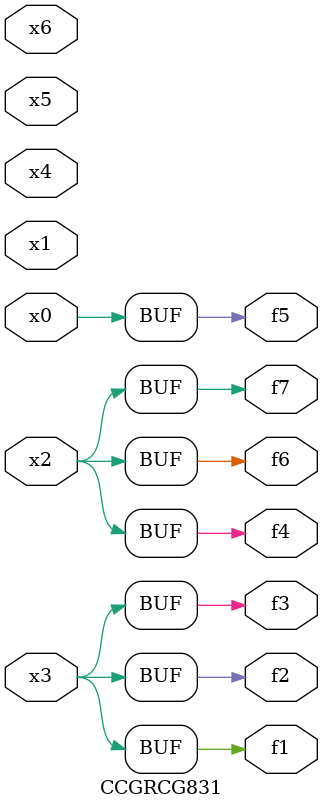
<source format=v>
module CCGRCG831(
	input x0, x1, x2, x3, x4, x5, x6,
	output f1, f2, f3, f4, f5, f6, f7
);
	assign f1 = x3;
	assign f2 = x3;
	assign f3 = x3;
	assign f4 = x2;
	assign f5 = x0;
	assign f6 = x2;
	assign f7 = x2;
endmodule

</source>
